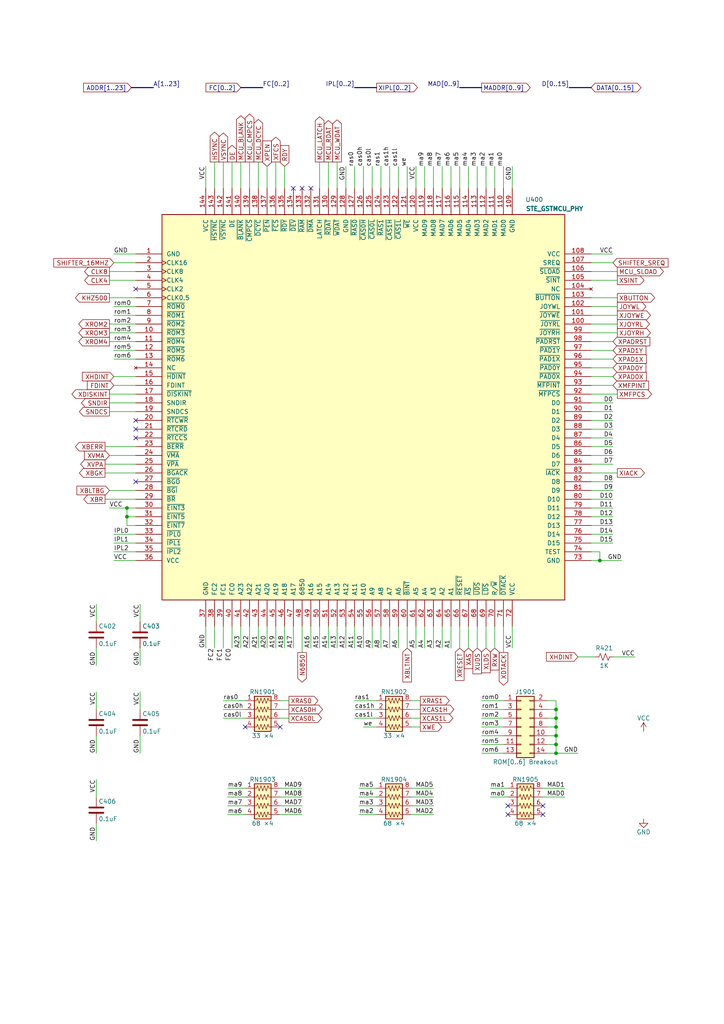
<source format=kicad_sch>
(kicad_sch (version 20230121) (generator eeschema)
  (paper "A4" portrait)
  (title_block (title "ReSTe mignon") (date "2022-07-13") (rev "mk0-0.1") (company "David SPORN") (comment 2 "original repository : https://github.com/sporniket/reste-mignon") (comment 4 "A remake of the Atari STe with some fixes applied and a target size of 25×18cm (B5)"))
  (lib_symbols
    (symbol "Connector_Generic:Conn_02x07_Odd_Even" (pin_names (offset 1.016) hide)
      (property "Reference" "J" (at 1.27 10.16 0))
      (property "Value" "Conn_02x07_Odd_Even" (at 1.27 -10.16 0))
      (symbol "Conn_02x07_Odd_Even_1_1"
        (rectangle (start -1.27 -7.493) (end 0 -7.747) (stroke (width 0.1524)))
        (rectangle (start -1.27 -4.953) (end 0 -5.207) (stroke (width 0.1524)))
        (rectangle (start -1.27 -2.413) (end 0 -2.667) (stroke (width 0.1524)))
        (rectangle (start -1.27 0.127) (end 0 -0.127) (stroke (width 0.1524)))
        (rectangle (start -1.27 2.667) (end 0 2.413) (stroke (width 0.1524)))
        (rectangle (start -1.27 5.207) (end 0 4.953) (stroke (width 0.1524)))
        (rectangle (start -1.27 7.747) (end 0 7.493) (stroke (width 0.1524)))
        (rectangle (start -1.27 8.89) (end 3.81 -8.89) (stroke (width 0.254)) (fill (type background)))
        (rectangle (start 3.81 -7.493) (end 2.54 -7.747) (stroke (width 0.1524)))
        (rectangle (start 3.81 -4.953) (end 2.54 -5.207) (stroke (width 0.1524)))
        (rectangle (start 3.81 -2.413) (end 2.54 -2.667) (stroke (width 0.1524)))
        (rectangle (start 3.81 0.127) (end 2.54 -0.127) (stroke (width 0.1524)))
        (rectangle (start 3.81 2.667) (end 2.54 2.413) (stroke (width 0.1524)))
        (rectangle (start 3.81 5.207) (end 2.54 4.953) (stroke (width 0.1524)))
        (rectangle (start 3.81 7.747) (end 2.54 7.493) (stroke (width 0.1524)))
        (pin passive line (at -5.08 7.62 0) (length 3.81) (name "Pin_1") (number "1"))
        (pin passive line (at 7.62 -2.54 180) (length 3.81) (name "Pin_10") (number "10"))
        (pin passive line (at -5.08 -5.08 0) (length 3.81) (name "Pin_11") (number "11"))
        (pin passive line (at 7.62 -5.08 180) (length 3.81) (name "Pin_12") (number "12"))
        (pin passive line (at -5.08 -7.62 0) (length 3.81) (name "Pin_13") (number "13"))
        (pin passive line (at 7.62 -7.62 180) (length 3.81) (name "Pin_14") (number "14"))
        (pin passive line (at 7.62 7.62 180) (length 3.81) (name "Pin_2") (number "2"))
        (pin passive line (at -5.08 5.08 0) (length 3.81) (name "Pin_3") (number "3"))
        (pin passive line (at 7.62 5.08 180) (length 3.81) (name "Pin_4") (number "4"))
        (pin passive line (at -5.08 2.54 0) (length 3.81) (name "Pin_5") (number "5"))
        (pin passive line (at 7.62 2.54 180) (length 3.81) (name "Pin_6") (number "6"))
        (pin passive line (at -5.08 0 0) (length 3.81) (name "Pin_7") (number "7"))
        (pin passive line (at 7.62 0 180) (length 3.81) (name "Pin_8") (number "8"))
        (pin passive line (at -5.08 -2.54 0) (length 3.81) (name "Pin_9") (number "9"))
      )
    )
    (symbol "Device:C" (pin_numbers hide) (pin_names (offset 0.254))
      (property "Reference" "C" (at 0.635 2.54 0))
      (property "Value" "C" (at 0.635 -2.54 0))
      (symbol "C_0_1"
        (polyline (pts (xy -2.032 -0.762) (xy 2.032 -0.762)) (stroke (width 0.508)))
        (polyline (pts (xy -2.032 0.762) (xy 2.032 0.762)) (stroke (width 0.508)))
      )
      (symbol "C_1_1"
        (pin passive line (at 0 3.81 270) (length 2.794) (name "~") (number "1"))
        (pin passive line (at 0 -3.81 90) (length 2.794) (name "~") (number "2"))
      )
    )
    (symbol "Device:R_Small_US" (pin_numbers hide) (pin_names (offset 0.254) hide)
      (property "Reference" "R" (at 0.762 0.508 0))
      (property "Value" "R_Small_US" (at 0.762 -1.016 0))
      (symbol "R_Small_US_1_1"
        (polyline (pts (xy 0 0) (xy 1.016 -0.381) (xy 0 -0.762) (xy -1.016 -1.143) (xy 0 -1.524)))
        (polyline (pts (xy 0 1.524) (xy 1.016 1.143) (xy 0 0.762) (xy -1.016 0.381) (xy 0 0)))
        (pin passive line (at 0 2.54 270) (length 1.016) (name "~") (number "1"))
        (pin passive line (at 0 -2.54 90) (length 1.016) (name "~") (number "2"))
      )
    )
    (symbol "custom_passives:R_Pack04_US" (pin_names (offset 0) hide)
      (property "Reference" "RN" (at -7.62 0 90))
      (property "Value" "R_Pack04_US" (at 5.08 0 90))
      (symbol "R_Pack04_US_0_1"
        (rectangle (start -6.35 -2.413) (end 3.81 2.413) (stroke (width 0.254)) (fill (type background)))
        (polyline (pts (xy -5.08 -2.54) (xy -5.08 -1.905)))
        (polyline (pts (xy -5.08 1.905) (xy -5.08 2.54)))
        (polyline (pts (xy -2.54 -2.54) (xy -2.54 -1.905)))
        (polyline (pts (xy -2.54 1.905) (xy -2.54 2.54)))
        (polyline (pts (xy 0 -2.54) (xy 0 -1.905)))
        (polyline (pts (xy 0 1.905) (xy 0 2.54)))
        (polyline (pts (xy 2.54 -2.54) (xy 2.54 -1.905)))
        (polyline (pts (xy 2.54 1.905) (xy 2.54 2.54)))
        (polyline (pts (xy -5.08 -1.778) (xy -5.842 -1.524) (xy -4.318 -1.016) (xy -5.842 -0.508) (xy -4.318 0) (xy -5.842 0.508) (xy -4.318 1.016) (xy -5.842 1.524) (xy -5.08 1.778)))
        (polyline (pts (xy -2.54 -1.778) (xy -3.302 -1.524) (xy -1.778 -1.016) (xy -3.302 -0.508) (xy -1.778 0) (xy -3.302 0.508) (xy -1.778 1.016) (xy -3.302 1.524) (xy -2.54 1.778)))
      )
      (symbol "R_Pack04_US_1_1"
        (polyline (pts (xy 0 -1.778) (xy -0.762 -1.524) (xy 0.762 -1.016) (xy -0.762 -0.508) (xy 0.762 0) (xy -0.762 0.508) (xy 0.762 1.016) (xy -0.762 1.524) (xy 0 1.778)))
        (polyline (pts (xy 2.54 -1.778) (xy 1.778 -1.524) (xy 3.302 -1.016) (xy 1.778 -0.508) (xy 3.302 0) (xy 1.778 0.508) (xy 3.302 1.016) (xy 1.778 1.524) (xy 2.54 1.778)))
        (pin passive line (at -5.08 -5.08 90) (length 2.54) (name "R1.1") (number "1"))
        (pin passive line (at -2.54 -5.08 90) (length 2.54) (name "R2.1") (number "2"))
        (pin passive line (at 0 -5.08 90) (length 2.54) (name "R3.1") (number "3"))
        (pin passive line (at 2.54 -5.08 90) (length 2.54) (name "R4.1") (number "4"))
        (pin passive line (at 2.54 5.08 270) (length 2.54) (name "R4.2") (number "5"))
        (pin passive line (at 0 5.08 270) (length 2.54) (name "R3.2") (number "6"))
        (pin passive line (at -2.54 5.08 270) (length 2.54) (name "R2.2") (number "7"))
        (pin passive line (at -5.08 5.08 270) (length 2.54) (name "R1.2") (number "8"))
      )
    )
    (symbol "power:GND" (power) (pin_names (offset 0))
      (property "Value" "GND" (at 0 -3.81 0))
      (symbol "GND_0_1"
        (polyline (pts (xy 0 0) (xy 0 -1.27) (xy 1.27 -1.27) (xy 0 -2.54) (xy -1.27 -1.27) (xy 0 -1.27)))
      )
      (symbol "GND_1_1"
        (pin power_in line (at 0 0 270) (length 0) hide (name "GND") (number "1"))
      )
    )
    (symbol "power:VCC" (power) (pin_names (offset 0))
      (property "Value" "VCC" (at 0 3.81 0))
      (symbol "VCC_0_1"
        (polyline (pts (xy -0.762 1.27) (xy 0 2.54)))
        (polyline (pts (xy 0 0) (xy 0 2.54)))
        (polyline (pts (xy 0 2.54) (xy 0.762 1.27)))
      )
      (symbol "VCC_1_1"
        (pin power_in line (at 0 0 90) (length 0) hide (name "VCC") (number "1"))
      )
    )
    (symbol "ste_gstmcu:STE_GSTMCU_PHY" (pin_names (offset 1.27))
      (property "Reference" "U" (at 46.99 60.96 0))
      (property "Value" "STE_GSTMCU_PHY" (at 46.99 58.42 0))
      (symbol "STE_GSTMCU_PHY_0_0"
        (rectangle (start -58.42 55.88) (end 58.42 -55.88) (stroke (width 0.254)) (fill (type background)))
        (pin power_in line (at -66.04 44.45 0) (length 7.62) (name "GND") (number "1"))
        (pin output line (at -66.04 21.59 0) (length 7.62) (name "~{ROM3}") (number "10"))
        (pin output line (at 66.04 24.13 180) (length 7.62) (name "~{JOYRL}") (number "100"))
        (pin output line (at 66.04 26.67 180) (length 7.62) (name "~{JOYWE}") (number "101"))
        (pin output line (at 66.04 29.21 180) (length 7.62) (name "JOYWL") (number "102"))
        (pin output line (at 66.04 31.75 180) (length 7.62) (name "~{BUTTON}") (number "103"))
        (pin no_connect line (at 66.04 34.29 180) (length 7.62) (name "NC") (number "104"))
        (pin output line (at 66.04 36.83 180) (length 7.62) (name "~{SINT}") (number "105"))
        (pin output line (at 66.04 39.37 180) (length 7.62) (name "~{SLOAD}") (number "106"))
        (pin input line (at 66.04 41.91 180) (length 7.62) (name "SREQ") (number "107"))
        (pin power_in line (at 66.04 44.45 180) (length 7.62) (name "VCC") (number "108"))
        (pin power_in line (at 43.18 63.5 270) (length 7.62) (name "GND") (number "109"))
        (pin output line (at -66.04 19.05 0) (length 7.62) (name "~{ROM4}") (number "11"))
        (pin output line (at 40.64 63.5 270) (length 7.62) (name "MAD0") (number "110"))
        (pin output line (at 38.1 63.5 270) (length 7.62) (name "MAD1") (number "111"))
        (pin output line (at 35.56 63.5 270) (length 7.62) (name "MAD2") (number "112"))
        (pin output line (at 33.02 63.5 270) (length 7.62) (name "MAD3") (number "113"))
        (pin output line (at 30.48 63.5 270) (length 7.62) (name "MAD4") (number "114"))
        (pin output line (at 27.94 63.5 270) (length 7.62) (name "MAD5") (number "115"))
        (pin output line (at 25.4 63.5 270) (length 7.62) (name "MAD6") (number "116"))
        (pin output line (at 22.86 63.5 270) (length 7.62) (name "MAD7") (number "117"))
        (pin output line (at 20.32 63.5 270) (length 7.62) (name "MAD8") (number "118"))
        (pin output line (at 17.78 63.5 270) (length 7.62) (name "MAD9") (number "119"))
        (pin output line (at -66.04 16.51 0) (length 7.62) (name "~{ROM5}") (number "12"))
        (pin power_in line (at 15.24 63.5 270) (length 7.62) (name "VCC") (number "120"))
        (pin output line (at 12.7 63.5 270) (length 7.62) (name "~{WE}") (number "121"))
        (pin output line (at 10.16 63.5 270) (length 7.62) (name "~{CAS1L}") (number "122"))
        (pin output line (at 7.62 63.5 270) (length 7.62) (name "~{CAS1H}") (number "123"))
        (pin output line (at 5.08 63.5 270) (length 7.62) (name "~{RAS1}") (number "124"))
        (pin output line (at 2.54 63.5 270) (length 7.62) (name "~{CAS0L}") (number "125"))
        (pin output line (at 0 63.5 270) (length 7.62) (name "~{CAS0H}") (number "126"))
        (pin output line (at -2.54 63.5 270) (length 7.62) (name "~{RAS0}") (number "127"))
        (pin power_in line (at -5.08 63.5 270) (length 7.62) (name "GND") (number "128"))
        (pin output line (at -7.62 63.5 270) (length 7.62) (name "~{WDAT}") (number "129"))
        (pin output line (at -66.04 13.97 0) (length 7.62) (name "~{ROM6}") (number "13"))
        (pin output line (at -10.16 63.5 270) (length 7.62) (name "~{RDAT}") (number "130"))
        (pin output line (at -12.7 63.5 270) (length 7.62) (name "LATCH") (number "131"))
        (pin output line (at -15.24 63.5 270) (length 7.62) (name "~{DMA}") (number "132"))
        (pin output line (at -17.78 63.5 270) (length 7.62) (name "~{RAM}") (number "133"))
        (pin output line (at -20.32 63.5 270) (length 7.62) (name "~{DEV}") (number "134"))
        (pin input line (at -22.86 63.5 270) (length 7.62) (name "~{RDY}") (number "135"))
        (pin output line (at -25.4 63.5 270) (length 7.62) (name "~{FCS}") (number "136"))
        (pin input line (at -27.94 63.5 270) (length 7.62) (name "~{PEN}") (number "137"))
        (pin output line (at -30.48 63.5 270) (length 7.62) (name "~{DCYC}") (number "138"))
        (pin output line (at -33.02 63.5 270) (length 7.62) (name "~{CMPCS}") (number "139"))
        (pin no_connect line (at -66.04 11.43 0) (length 7.62) (name "NC") (number "14"))
        (pin output line (at -35.56 63.5 270) (length 7.62) (name "~{BLANK}") (number "140"))
        (pin output line (at -38.1 63.5 270) (length 7.62) (name "DE") (number "141"))
        (pin output line (at -40.64 63.5 270) (length 7.62) (name "~{VSYNC}") (number "142"))
        (pin output line (at -43.18 63.5 270) (length 7.62) (name "~{HSYNC}") (number "143"))
        (pin power_in line (at -45.72 63.5 270) (length 7.62) (name "VCC") (number "144"))
        (pin input line (at -66.04 8.89 0) (length 7.62) (name "~{HDINT}") (number "15"))
        (pin input line (at -66.04 6.35 0) (length 7.62) (name "FDINT") (number "16"))
        (pin output line (at -66.04 3.81 0) (length 7.62) (name "~{DISKINT}") (number "17"))
        (pin output line (at -66.04 1.27 0) (length 7.62) (name "SNDIR") (number "18"))
        (pin output line (at -66.04 -1.27 0) (length 7.62) (name "SNDCS") (number "19"))
        (pin input clock (at -66.04 41.91 0) (length 7.62) (name "CLK16") (number "2"))
        (pin output line (at -66.04 -3.81 0) (length 7.62) (name "~{RTCWR}") (number "20"))
        (pin output line (at -66.04 -6.35 0) (length 7.62) (name "~{RTCRD}") (number "21"))
        (pin output line (at -66.04 -8.89 0) (length 7.62) (name "~{RTCCS}") (number "22"))
        (pin output line (at -66.04 -11.43 0) (length 7.62) (name "~{BERR}") (number "23"))
        (pin input line (at -66.04 -13.97 0) (length 7.62) (name "~{VMA}") (number "24"))
        (pin output line (at -66.04 -16.51 0) (length 7.62) (name "~{VPA}") (number "25"))
        (pin output line (at -66.04 -19.05 0) (length 7.62) (name "~{BGACK}") (number "26"))
        (pin output line (at -66.04 -21.59 0) (length 7.62) (name "~{BGO}") (number "27"))
        (pin input line (at -66.04 -24.13 0) (length 7.62) (name "~{BGI}") (number "28"))
        (pin tri_state line (at -66.04 -26.67 0) (length 7.62) (name "~{BR}") (number "29"))
        (pin output clock (at -66.04 39.37 0) (length 7.62) (name "CLK8") (number "3"))
        (pin input line (at -66.04 -29.21 0) (length 7.62) (name "~{EINT3}") (number "30"))
        (pin input line (at -66.04 -31.75 0) (length 7.62) (name "~{EINT5}") (number "31"))
        (pin input line (at -66.04 -34.29 0) (length 7.62) (name "~{EINT7}") (number "32"))
        (pin output line (at -66.04 -36.83 0) (length 7.62) (name "~{IPL0}") (number "33"))
        (pin output line (at -66.04 -39.37 0) (length 7.62) (name "~{IPL1}") (number "34"))
        (pin output line (at -66.04 -41.91 0) (length 7.62) (name "~{IPL2}") (number "35"))
        (pin power_in line (at -66.04 -44.45 0) (length 7.62) (name "VCC") (number "36"))
        (pin power_in line (at -45.72 -63.5 90) (length 7.62) (name "GND") (number "37"))
        (pin input line (at -43.18 -63.5 90) (length 7.62) (name "FC2") (number "38"))
        (pin input line (at -40.64 -63.5 90) (length 7.62) (name "FC1") (number "39"))
        (pin output clock (at -66.04 36.83 0) (length 7.62) (name "CLK4") (number "4"))
        (pin input line (at -38.1 -63.5 90) (length 7.62) (name "FC0") (number "40"))
        (pin bidirectional line (at -35.56 -63.5 90) (length 7.62) (name "A23") (number "41"))
        (pin bidirectional line (at -33.02 -63.5 90) (length 7.62) (name "A22") (number "42"))
        (pin bidirectional line (at -30.48 -63.5 90) (length 7.62) (name "A21") (number "43"))
        (pin bidirectional line (at -27.94 -63.5 90) (length 7.62) (name "A20") (number "44"))
        (pin bidirectional line (at -25.4 -63.5 90) (length 7.62) (name "A19") (number "45"))
        (pin bidirectional line (at -22.86 -63.5 90) (length 7.62) (name "A18") (number "46"))
        (pin bidirectional line (at -20.32 -63.5 90) (length 7.62) (name "A17") (number "47"))
        (pin output line (at -17.78 -63.5 90) (length 7.62) (name "6850") (number "48"))
        (pin bidirectional line (at -15.24 -63.5 90) (length 7.62) (name "A16") (number "49"))
        (pin output clock (at -66.04 34.29 0) (length 7.62) (name "CLK2") (number "5"))
        (pin bidirectional line (at -12.7 -63.5 90) (length 7.62) (name "A15") (number "50"))
        (pin bidirectional line (at -10.16 -63.5 90) (length 7.62) (name "A14") (number "51"))
        (pin bidirectional line (at -7.62 -63.5 90) (length 7.62) (name "A13") (number "52"))
        (pin bidirectional line (at -5.08 -63.5 90) (length 7.62) (name "A12") (number "53"))
        (pin bidirectional line (at -2.54 -63.5 90) (length 7.62) (name "A11") (number "54"))
        (pin bidirectional line (at 0 -63.5 90) (length 7.62) (name "A10") (number "55"))
        (pin bidirectional line (at 2.54 -63.5 90) (length 7.62) (name "A9") (number "56"))
        (pin bidirectional line (at 5.08 -63.5 90) (length 7.62) (name "A8") (number "57"))
        (pin bidirectional line (at 7.62 -63.5 90) (length 7.62) (name "A7") (number "58"))
        (pin bidirectional line (at 10.16 -63.5 90) (length 7.62) (name "A6") (number "59"))
        (pin output clock (at -66.04 31.75 0) (length 7.62) (name "CLK0.5") (number "6"))
        (pin input line (at 12.7 -63.5 90) (length 7.62) (name "~{BINT}") (number "60"))
        (pin bidirectional line (at 15.24 -63.5 90) (length 7.62) (name "A5") (number "61"))
        (pin bidirectional line (at 17.78 -63.5 90) (length 7.62) (name "A4") (number "62"))
        (pin bidirectional line (at 20.32 -63.5 90) (length 7.62) (name "A3") (number "63"))
        (pin bidirectional line (at 22.86 -63.5 90) (length 7.62) (name "A2") (number "64"))
        (pin bidirectional line (at 25.4 -63.5 90) (length 7.62) (name "A1") (number "65"))
        (pin input line (at 27.94 -63.5 90) (length 7.62) (name "~{RESET}") (number "66"))
        (pin input line (at 30.48 -63.5 90) (length 7.62) (name "~{AS}") (number "67"))
        (pin input line (at 33.02 -63.5 90) (length 7.62) (name "~{UDS}") (number "68"))
        (pin input line (at 35.56 -63.5 90) (length 7.62) (name "~{LDS}") (number "69"))
        (pin output line (at -66.04 29.21 0) (length 7.62) (name "~{ROM0}") (number "7"))
        (pin input line (at 38.1 -63.5 90) (length 7.62) (name "R/~{W}") (number "70"))
        (pin tri_state line (at 40.64 -63.5 90) (length 7.62) (name "~{DTACK}") (number "71"))
        (pin power_in line (at 43.18 -63.5 90) (length 7.62) (name "VCC") (number "72"))
        (pin power_in line (at 66.04 -44.45 180) (length 7.62) (name "GND") (number "73"))
        (pin input line (at 66.04 -41.91 180) (length 7.62) (name "TEST") (number "74"))
        (pin bidirectional line (at 66.04 -39.37 180) (length 7.62) (name "D15") (number "75"))
        (pin bidirectional line (at 66.04 -36.83 180) (length 7.62) (name "D14") (number "76"))
        (pin bidirectional line (at 66.04 -34.29 180) (length 7.62) (name "D13") (number "77"))
        (pin bidirectional line (at 66.04 -31.75 180) (length 7.62) (name "D12") (number "78"))
        (pin bidirectional line (at 66.04 -29.21 180) (length 7.62) (name "D11") (number "79"))
        (pin output line (at -66.04 26.67 0) (length 7.62) (name "~{ROM1}") (number "8"))
        (pin bidirectional line (at 66.04 -26.67 180) (length 7.62) (name "D10") (number "80"))
        (pin bidirectional line (at 66.04 -24.13 180) (length 7.62) (name "D9") (number "81"))
        (pin bidirectional line (at 66.04 -21.59 180) (length 7.62) (name "D8") (number "82"))
        (pin output line (at 66.04 -19.05 180) (length 7.62) (name "~{IACK}") (number "83"))
        (pin bidirectional line (at 66.04 -16.51 180) (length 7.62) (name "D7") (number "84"))
        (pin bidirectional line (at 66.04 -13.97 180) (length 7.62) (name "D6") (number "85"))
        (pin bidirectional line (at 66.04 -11.43 180) (length 7.62) (name "D5") (number "86"))
        (pin bidirectional line (at 66.04 -8.89 180) (length 7.62) (name "D4") (number "87"))
        (pin bidirectional line (at 66.04 -6.35 180) (length 7.62) (name "D3") (number "88"))
        (pin bidirectional line (at 66.04 -3.81 180) (length 7.62) (name "D2") (number "89"))
        (pin output line (at -66.04 24.13 0) (length 7.62) (name "~{ROM2}") (number "9"))
        (pin bidirectional line (at 66.04 -1.27 180) (length 7.62) (name "D1") (number "90"))
        (pin bidirectional line (at 66.04 1.27 180) (length 7.62) (name "D0") (number "91"))
        (pin output line (at 66.04 3.81 180) (length 7.62) (name "~{MFPCS}") (number "92"))
        (pin input line (at 66.04 6.35 180) (length 7.62) (name "~{MFPINT}") (number "93"))
        (pin input line (at 66.04 8.89 180) (length 7.62) (name "~{PAD0X}") (number "94"))
        (pin input line (at 66.04 11.43 180) (length 7.62) (name "~{PAD0Y}") (number "95"))
        (pin input line (at 66.04 13.97 180) (length 7.62) (name "~{PAD1X}") (number "96"))
        (pin input line (at 66.04 16.51 180) (length 7.62) (name "~{PAD1Y}") (number "97"))
        (pin output line (at 66.04 19.05 180) (length 7.62) (name "~{PADRST}") (number "98"))
        (pin output line (at 66.04 21.59 180) (length 7.62) (name "~{JOYRH}") (number "99"))
      )
    )
  )
  (junction (at 161.29 218.44))
  (junction (at 36.83 147.32))
  (junction (at 36.83 149.86))
  (junction (at 173.99 162.56))
  (junction (at 161.29 208.28))
  (junction (at 161.29 205.74))
  (junction (at 161.29 213.36))
  (junction (at 161.29 210.82))
  (junction (at 161.29 215.9))
  (no_connect (at 39.37 139.7))
  (no_connect (at 39.37 124.46))
  (no_connect (at 87.63 54.61))
  (no_connect (at 39.37 83.82))
  (no_connect (at 71.12 210.82))
  (no_connect (at 39.37 127))
  (no_connect (at 85.09 54.61))
  (no_connect (at 147.32 233.68))
  (no_connect (at 157.48 236.22))
  (no_connect (at 157.48 233.68))
  (no_connect (at 81.28 210.82))
  (no_connect (at 90.17 54.61))
  (no_connect (at 39.37 121.92))
  (no_connect (at 147.32 236.22))
  (wire (pts (xy 59.69 48.26) (xy 59.69 54.61)))
  (wire (pts (xy 158.75 215.9) (xy 161.29 215.9)))
  (wire (pts (xy 115.57 54.61) (xy 115.57 48.26)))
  (wire (pts (xy 36.83 152.4) (xy 39.37 152.4)))
  (wire (pts (xy 33.02 88.9) (xy 39.37 88.9)))
  (wire (pts (xy 142.24 231.14) (xy 147.32 231.14)))
  (wire (pts (xy 119.38 228.6) (xy 125.73 228.6)))
  (wire (pts (xy 36.83 149.86) (xy 36.83 147.32)))
  (wire (pts (xy 33.02 104.14) (xy 39.37 104.14)))
  (wire (pts (xy 66.04 228.6) (xy 71.12 228.6)))
  (wire (pts (xy 33.02 91.44) (xy 39.37 91.44)))
  (wire (pts (xy 123.19 48.26) (xy 123.19 54.61)))
  (wire (pts (xy 171.45 132.08) (xy 177.8 132.08)))
  (wire (pts (xy 171.45 127) (xy 177.8 127)))
  (wire (pts (xy 171.45 114.3) (xy 179.07 114.3)))
  (wire (pts (xy 115.57 187.96) (xy 115.57 181.61)))
  (wire (pts (xy 81.28 236.22) (xy 87.63 236.22)))
  (wire (pts (xy 171.45 152.4) (xy 177.8 152.4)))
  (wire (pts (xy 171.45 157.48) (xy 177.8 157.48)))
  (wire (pts (xy 158.75 205.74) (xy 161.29 205.74)))
  (wire (pts (xy 171.45 160.02) (xy 173.99 160.02)))
  (wire (pts (xy 125.73 48.26) (xy 125.73 54.61)))
  (wire (pts (xy 135.89 48.26) (xy 135.89 54.61)))
  (wire (pts (xy 119.38 233.68) (xy 125.73 233.68)))
  (wire (pts (xy 118.11 187.96) (xy 118.11 181.61)))
  (wire (pts (xy 171.45 104.14) (xy 177.8 104.14)))
  (wire (pts (xy 119.38 205.74) (xy 121.92 205.74)))
  (wire (pts (xy 128.27 187.96) (xy 128.27 181.61)))
  (wire (pts (xy 66.04 236.22) (xy 71.12 236.22)))
  (wire (pts (xy 171.45 111.76) (xy 177.8 111.76)))
  (wire (pts (xy 139.7 208.28) (xy 146.05 208.28)))
  (wire (pts (xy 125.73 187.96) (xy 125.73 181.61)))
  (wire (pts (xy 138.43 48.26) (xy 138.43 54.61)))
  (wire (pts (xy 69.85 46.99) (xy 69.85 54.61)))
  (wire (pts (xy 92.71 187.96) (xy 92.71 181.61)))
  (wire (pts (xy 113.03 48.26) (xy 113.03 54.61)))
  (wire (pts (xy 171.45 144.78) (xy 177.8 144.78)))
  (wire (pts (xy 64.77 205.74) (xy 71.12 205.74)))
  (wire (pts (xy 87.63 181.61) (xy 87.63 189.23)))
  (wire (pts (xy 30.48 129.54) (xy 39.37 129.54)))
  (wire (pts (xy 107.95 48.26) (xy 107.95 54.61)))
  (wire (pts (xy 31.75 99.06) (xy 39.37 99.06)))
  (wire (pts (xy 140.97 187.96) (xy 140.97 181.61)))
  (wire (pts (xy 40.64 187.96) (xy 40.64 193.04)))
  (wire (pts (xy 40.64 175.26) (xy 40.64 180.34)))
  (wire (pts (xy 128.27 48.26) (xy 128.27 54.61)))
  (wire (pts (xy 95.25 187.96) (xy 95.25 181.61)))
  (wire (pts (xy 64.77 187.96) (xy 64.77 181.61)))
  (wire (pts (xy 167.64 190.5) (xy 172.72 190.5)))
  (wire (pts (xy 110.49 54.61) (xy 110.49 48.26)))
  (wire (pts (xy 171.45 162.56) (xy 173.99 162.56)))
  (wire (pts (xy 30.48 134.62) (xy 39.37 134.62)))
  (wire (pts (xy 139.7 210.82) (xy 146.05 210.82)))
  (wire (pts (xy 171.45 81.28) (xy 179.07 81.28)))
  (wire (pts (xy 102.87 187.96) (xy 102.87 181.61)))
  (wire (pts (xy 130.81 187.96) (xy 130.81 181.61)))
  (wire (pts (xy 171.45 129.54) (xy 177.8 129.54)))
  (wire (pts (xy 67.31 46.99) (xy 67.31 54.61)))
  (wire (pts (xy 161.29 215.9) (xy 161.29 213.36)))
  (wire (pts (xy 80.01 54.61) (xy 80.01 46.99)))
  (wire (pts (xy 100.33 187.96) (xy 100.33 181.61)))
  (wire (pts (xy 105.41 210.82) (xy 109.22 210.82)))
  (wire (pts (xy 157.48 231.14) (xy 163.83 231.14)))
  (wire (pts (xy 105.41 54.61) (xy 105.41 48.26)))
  (wire (pts (xy 139.7 205.74) (xy 146.05 205.74)))
  (wire (pts (xy 33.02 157.48) (xy 39.37 157.48)))
  (wire (pts (xy 139.7 213.36) (xy 146.05 213.36)))
  (wire (pts (xy 146.05 48.26) (xy 146.05 54.61)))
  (wire (pts (xy 80.01 187.96) (xy 80.01 181.61)))
  (wire (pts (xy 104.14 231.14) (xy 109.22 231.14)))
  (wire (pts (xy 36.83 152.4) (xy 36.83 149.86)))
  (wire (pts (xy 97.79 187.96) (xy 97.79 181.61)))
  (wire (pts (xy 31.75 132.08) (xy 39.37 132.08)))
  (wire (pts (xy 119.38 236.22) (xy 125.73 236.22)))
  (wire (pts (xy 69.85 187.96) (xy 69.85 181.61)))
  (wire (pts (xy 64.77 46.99) (xy 64.77 54.61)))
  (wire (pts (xy 95.25 46.99) (xy 95.25 54.61)))
  (wire (pts (xy 171.45 139.7) (xy 177.8 139.7)))
  (wire (pts (xy 171.45 76.2) (xy 177.8 76.2)))
  (wire (pts (xy 119.38 231.14) (xy 125.73 231.14)))
  (wire (pts (xy 81.28 228.6) (xy 87.63 228.6)))
  (wire (pts (xy 171.45 99.06) (xy 177.8 99.06)))
  (wire (pts (xy 33.02 154.94) (xy 39.37 154.94)))
  (wire (pts (xy 67.31 187.96) (xy 67.31 181.61)))
  (bus (pts (xy 69.85 25.4) (xy 76.2 25.4)))
  (wire (pts (xy 31.75 119.38) (xy 39.37 119.38)))
  (wire (pts (xy 139.7 215.9) (xy 146.05 215.9)))
  (wire (pts (xy 74.93 46.99) (xy 74.93 54.61)))
  (bus (pts (xy 102.87 25.4) (xy 109.22 25.4)))
  (wire (pts (xy 148.59 48.26) (xy 148.59 54.61)))
  (wire (pts (xy 171.45 101.6) (xy 177.8 101.6)))
  (wire (pts (xy 31.75 116.84) (xy 39.37 116.84)))
  (wire (pts (xy 140.97 48.26) (xy 140.97 54.61)))
  (wire (pts (xy 31.75 93.98) (xy 39.37 93.98)))
  (wire (pts (xy 62.23 187.96) (xy 62.23 181.61)))
  (wire (pts (xy 142.24 228.6) (xy 147.32 228.6)))
  (wire (pts (xy 171.45 119.38) (xy 177.8 119.38)))
  (wire (pts (xy 33.02 109.22) (xy 39.37 109.22)))
  (wire (pts (xy 161.29 203.2) (xy 158.75 203.2)))
  (wire (pts (xy 161.29 218.44) (xy 161.29 215.9)))
  (wire (pts (xy 107.95 187.96) (xy 107.95 181.61)))
  (wire (pts (xy 27.94 175.26) (xy 27.94 180.34)))
  (wire (pts (xy 102.87 48.26) (xy 102.87 54.61)))
  (wire (pts (xy 100.33 48.26) (xy 100.33 54.61)))
  (wire (pts (xy 90.17 187.96) (xy 90.17 181.61)))
  (wire (pts (xy 119.38 208.28) (xy 121.92 208.28)))
  (wire (pts (xy 171.45 116.84) (xy 177.8 116.84)))
  (wire (pts (xy 97.79 54.61) (xy 97.79 46.99)))
  (wire (pts (xy 143.51 48.26) (xy 143.51 54.61)))
  (wire (pts (xy 120.65 187.96) (xy 120.65 181.61)))
  (wire (pts (xy 171.45 106.68) (xy 177.8 106.68)))
  (wire (pts (xy 33.02 73.66) (xy 39.37 73.66)))
  (wire (pts (xy 148.59 181.61) (xy 148.59 187.96)))
  (wire (pts (xy 171.45 134.62) (xy 177.8 134.62)))
  (wire (pts (xy 161.29 210.82) (xy 161.29 208.28)))
  (wire (pts (xy 139.7 203.2) (xy 146.05 203.2)))
  (wire (pts (xy 171.45 137.16) (xy 179.07 137.16)))
  (wire (pts (xy 64.77 203.2) (xy 71.12 203.2)))
  (wire (pts (xy 158.75 213.36) (xy 161.29 213.36)))
  (wire (pts (xy 105.41 187.96) (xy 105.41 181.61)))
  (wire (pts (xy 123.19 187.96) (xy 123.19 181.61)))
  (wire (pts (xy 171.45 88.9) (xy 179.07 88.9)))
  (wire (pts (xy 81.28 203.2) (xy 83.82 203.2)))
  (wire (pts (xy 74.93 187.96) (xy 74.93 181.61)))
  (wire (pts (xy 40.64 200.66) (xy 40.64 205.74)))
  (wire (pts (xy 82.55 48.26) (xy 82.55 54.61)))
  (wire (pts (xy 133.35 48.26) (xy 133.35 54.61)))
  (wire (pts (xy 171.45 78.74) (xy 179.07 78.74)))
  (bus (pts (xy 133.35 25.4) (xy 139.7 25.4)))
  (wire (pts (xy 31.75 86.36) (xy 39.37 86.36)))
  (bus (pts (xy 38.1 25.4) (xy 44.45 25.4)))
  (wire (pts (xy 157.48 228.6) (xy 163.83 228.6)))
  (wire (pts (xy 31.75 78.74) (xy 39.37 78.74)))
  (wire (pts (xy 33.02 101.6) (xy 39.37 101.6)))
  (wire (pts (xy 77.47 48.26) (xy 77.47 54.61)))
  (wire (pts (xy 36.83 149.86) (xy 39.37 149.86)))
  (wire (pts (xy 119.38 203.2) (xy 121.92 203.2)))
  (wire (pts (xy 158.75 218.44) (xy 161.29 218.44)))
  (wire (pts (xy 30.48 144.78) (xy 39.37 144.78)))
  (wire (pts (xy 31.75 114.3) (xy 39.37 114.3)))
  (wire (pts (xy 64.77 208.28) (xy 71.12 208.28)))
  (wire (pts (xy 27.94 187.96) (xy 27.94 193.04)))
  (wire (pts (xy 33.02 111.76) (xy 39.37 111.76)))
  (wire (pts (xy 171.45 86.36) (xy 179.07 86.36)))
  (wire (pts (xy 33.02 162.56) (xy 39.37 162.56)))
  (wire (pts (xy 173.99 160.02) (xy 173.99 162.56)))
  (bus (pts (xy 165.1 25.4) (xy 171.45 25.4)))
  (wire (pts (xy 171.45 154.94) (xy 177.8 154.94)))
  (wire (pts (xy 102.87 208.28) (xy 109.22 208.28)))
  (wire (pts (xy 39.37 142.24) (xy 31.75 142.24)))
  (wire (pts (xy 104.14 236.22) (xy 109.22 236.22)))
  (wire (pts (xy 62.23 46.99) (xy 62.23 54.61)))
  (wire (pts (xy 31.75 147.32) (xy 36.83 147.32)))
  (wire (pts (xy 171.45 121.92) (xy 177.8 121.92)))
  (wire (pts (xy 171.45 93.98) (xy 179.07 93.98)))
  (wire (pts (xy 130.81 48.26) (xy 130.81 54.61)))
  (wire (pts (xy 133.35 187.96) (xy 133.35 181.61)))
  (wire (pts (xy 120.65 48.26) (xy 120.65 54.61)))
  (wire (pts (xy 171.45 147.32) (xy 177.8 147.32)))
  (wire (pts (xy 102.87 205.74) (xy 109.22 205.74)))
  (wire (pts (xy 27.94 226.06) (xy 27.94 231.14)))
  (wire (pts (xy 177.8 190.5) (xy 184.15 190.5)))
  (wire (pts (xy 81.28 205.74) (xy 83.82 205.74)))
  (wire (pts (xy 146.05 181.61) (xy 146.05 189.23)))
  (wire (pts (xy 138.43 187.96) (xy 138.43 181.61)))
  (wire (pts (xy 31.75 81.28) (xy 39.37 81.28)))
  (wire (pts (xy 92.71 46.99) (xy 92.71 54.61)))
  (wire (pts (xy 161.29 205.74) (xy 161.29 203.2)))
  (wire (pts (xy 171.45 96.52) (xy 179.07 96.52)))
  (wire (pts (xy 143.51 187.96) (xy 143.51 181.61)))
  (wire (pts (xy 118.11 48.26) (xy 118.11 54.61)))
  (wire (pts (xy 66.04 231.14) (xy 71.12 231.14)))
  (wire (pts (xy 82.55 187.96) (xy 82.55 181.61)))
  (wire (pts (xy 59.69 187.96) (xy 59.69 181.61)))
  (wire (pts (xy 167.64 218.44) (xy 161.29 218.44)))
  (wire (pts (xy 161.29 208.28) (xy 161.29 205.74)))
  (wire (pts (xy 104.14 233.68) (xy 109.22 233.68)))
  (wire (pts (xy 113.03 187.96) (xy 113.03 181.61)))
  (wire (pts (xy 171.45 91.44) (xy 179.07 91.44)))
  (wire (pts (xy 36.83 147.32) (xy 39.37 147.32)))
  (wire (pts (xy 171.45 142.24) (xy 177.8 142.24)))
  (wire (pts (xy 110.49 187.96) (xy 110.49 181.61)))
  (wire (pts (xy 72.39 46.99) (xy 72.39 54.61)))
  (wire (pts (xy 40.64 213.36) (xy 40.64 218.44)))
  (wire (pts (xy 158.75 210.82) (xy 161.29 210.82)))
  (wire (pts (xy 171.45 124.46) (xy 177.8 124.46)))
  (wire (pts (xy 81.28 233.68) (xy 87.63 233.68)))
  (wire (pts (xy 171.45 109.22) (xy 177.8 109.22)))
  (wire (pts (xy 30.48 137.16) (xy 39.37 137.16)))
  (wire (pts (xy 31.75 96.52) (xy 39.37 96.52)))
  (wire (pts (xy 27.94 200.66) (xy 27.94 205.74)))
  (wire (pts (xy 171.45 73.66) (xy 177.8 73.66)))
  (wire (pts (xy 81.28 231.14) (xy 87.63 231.14)))
  (wire (pts (xy 119.38 210.82) (xy 121.92 210.82)))
  (wire (pts (xy 27.94 213.36) (xy 27.94 218.44)))
  (wire (pts (xy 161.29 213.36) (xy 161.29 210.82)))
  (wire (pts (xy 33.02 76.2) (xy 39.37 76.2)))
  (wire (pts (xy 72.39 187.96) (xy 72.39 181.61)))
  (wire (pts (xy 102.87 203.2) (xy 109.22 203.2)))
  (wire (pts (xy 171.45 149.86) (xy 177.8 149.86)))
  (wire (pts (xy 135.89 187.96) (xy 135.89 181.61)))
  (wire (pts (xy 33.02 160.02) (xy 39.37 160.02)))
  (wire (pts (xy 85.09 187.96) (xy 85.09 181.61)))
  (wire (pts (xy 158.75 208.28) (xy 161.29 208.28)))
  (wire (pts (xy 139.7 218.44) (xy 146.05 218.44)))
  (wire (pts (xy 81.28 208.28) (xy 83.82 208.28)))
  (wire (pts (xy 104.14 228.6) (xy 109.22 228.6)))
  (wire (pts (xy 77.47 187.96) (xy 77.47 181.61)))
  (wire (pts (xy 173.99 162.56) (xy 180.34 162.56)))
  (wire (pts (xy 66.04 233.68) (xy 71.12 233.68)))
  (wire (pts (xy 27.94 238.76) (xy 27.94 243.84)))
  (label "GND" (at 180.34 162.56 180))
  (label "D11" (at 177.8 147.32 180))
  (label "cas0l" (at 64.77 208.28 0))
  (label "A11" (at 102.87 187.96 90))
  (label "ma3" (at 104.14 233.68 0))
  (label "A20" (at 77.47 187.96 90))
  (label "A3" (at 125.73 187.96 90))
  (label "GND" (at 27.94 193.04 90))
  (label "we" (at 105.41 210.82 0))
  (label "ma9" (at 123.19 48.26 90))
  (label "rom5" (at 139.7 215.9 0))
  (label "cas1l" (at 115.57 48.26 90))
  (label "MAD[0..9]" (at 133.35 25.4 180))
  (label "cas1h" (at 102.87 205.74 0))
  (label "A22" (at 72.39 187.96 90))
  (label "MAD4" (at 125.73 231.14 180))
  (label "GND" (at 100.33 48.26 270))
  (label "A19" (at 80.01 187.96 90))
  (label "D0" (at 177.8 116.84 180))
  (label "cas1h" (at 113.03 48.26 90))
  (label "A10" (at 105.41 187.96 90))
  (label "rom1" (at 139.7 205.74 0))
  (label "D4" (at 177.8 127 180))
  (label "MAD1" (at 163.83 228.6 180))
  (label "D10" (at 177.8 144.78 180))
  (label "GND" (at 148.59 48.26 270))
  (label "IPL0" (at 33.02 154.94 0))
  (label "A13" (at 97.79 187.96 90))
  (label "A1" (at 130.81 187.96 90))
  (label "ma7" (at 128.27 48.26 90))
  (label "ma4" (at 104.14 231.14 0))
  (label "cas0l" (at 107.95 48.26 90))
  (label "VCC" (at 27.94 200.66 270))
  (label "cas0h" (at 64.77 205.74 0))
  (label "A4" (at 123.19 187.96 90))
  (label "VCC" (at 33.02 162.56 0))
  (label "IPL1" (at 33.02 157.48 0))
  (label "ma0" (at 142.24 231.14 0))
  (label "VCC" (at 184.15 190.5 180))
  (label "D13" (at 177.8 152.4 180))
  (label "GND" (at 40.64 193.04 90))
  (label "VCC" (at 40.64 175.26 270))
  (label "ma3" (at 138.43 48.26 90))
  (label "A6" (at 115.57 187.96 90))
  (label "A16" (at 90.17 187.96 90))
  (label "D9" (at 177.8 142.24 180))
  (label "D15" (at 177.8 157.48 180))
  (label "rom5" (at 33.02 101.6 0))
  (label "D7" (at 177.8 134.62 180))
  (label "ma5" (at 133.35 48.26 90))
  (label "FC1" (at 64.77 187.96 270))
  (label "ma6" (at 66.04 236.22 0))
  (label "ma6" (at 130.81 48.26 90))
  (label "MAD7" (at 87.63 233.68 180))
  (label "D2" (at 177.8 121.92 180))
  (label "rom3" (at 33.02 96.52 0))
  (label "GND" (at 40.64 218.44 90))
  (label "D12" (at 177.8 149.86 180))
  (label "GND" (at 33.02 73.66 0))
  (label "MAD3" (at 125.73 233.68 180))
  (label "ma8" (at 125.73 48.26 90))
  (label "D1" (at 177.8 119.38 180))
  (label "VCC" (at 148.59 187.96 90))
  (label "A12" (at 100.33 187.96 90))
  (label "VCC" (at 177.8 73.66 180))
  (label "D5" (at 177.8 129.54 180))
  (label "ma8" (at 66.04 231.14 0))
  (label "ma5" (at 104.14 228.6 0))
  (label "rom2" (at 33.02 93.98 0))
  (label "we" (at 118.11 48.26 90))
  (label "A17" (at 85.09 187.96 90))
  (label "VCC" (at 27.94 226.06 270))
  (label "rom3" (at 139.7 210.82 0))
  (label "ma4" (at 135.89 48.26 90))
  (label "D8" (at 177.8 139.7 180))
  (label "D14" (at 177.8 154.94 180))
  (label "A8" (at 110.49 187.96 90))
  (label "VCC" (at 40.64 200.66 270))
  (label "GND" (at 167.64 218.44 180))
  (label "rom4" (at 139.7 213.36 0))
  (label "FC2" (at 62.23 187.96 270))
  (label "GND" (at 27.94 218.44 90))
  (label "MAD5" (at 125.73 228.6 180))
  (label "ras0" (at 64.77 203.2 0))
  (label "VCC" (at 31.75 147.32 0))
  (label "VCC" (at 59.69 48.26 270))
  (label "rom4" (at 33.02 99.06 0))
  (label "VCC" (at 120.65 48.26 270))
  (label "ma2" (at 140.97 48.26 90))
  (label "rom6" (at 33.02 104.14 0))
  (label "A[1..23]" (at 44.45 25.4 0))
  (label "rom0" (at 139.7 203.2 0))
  (label "A21" (at 74.93 187.96 90))
  (label "GND" (at 27.94 243.84 90))
  (label "FC0" (at 67.31 187.96 270))
  (label "rom2" (at 139.7 208.28 0))
  (label "D[0..15]" (at 165.1 25.4 180))
  (label "MAD6" (at 87.63 236.22 180))
  (label "ras1" (at 110.49 48.26 90))
  (label "MAD8" (at 87.63 231.14 180))
  (label "ma9" (at 66.04 228.6 0))
  (label "VCC" (at 27.94 175.26 270))
  (label "ma7" (at 66.04 233.68 0))
  (label "MAD2" (at 125.73 236.22 180))
  (label "ma0" (at 146.05 48.26 90))
  (label "D6" (at 177.8 132.08 180))
  (label "IPL2" (at 33.02 160.02 0))
  (label "A9" (at 107.95 187.96 90))
  (label "IPL[0..2]" (at 102.87 25.4 180))
  (label "D3" (at 177.8 124.46 180))
  (label "FC[0..2]" (at 76.2 25.4 0))
  (label "ma1" (at 142.24 228.6 0))
  (label "A15" (at 92.71 187.96 90))
  (label "A23" (at 69.85 187.96 90))
  (label "ma2" (at 104.14 236.22 0))
  (label "cas0h" (at 105.41 48.26 90))
  (label "rom1" (at 33.02 91.44 0))
  (label "cas1l" (at 102.87 208.28 0))
  (label "MAD0" (at 163.83 231.14 180))
  (label "ma1" (at 143.51 48.26 90))
  (label "A2" (at 128.27 187.96 90))
  (label "rom0" (at 33.02 88.9 0))
  (label "MAD9" (at 87.63 228.6 180))
  (label "ras1" (at 102.87 203.2 0))
  (label "rom6" (at 139.7 218.44 0))
  (label "ras0" (at 102.87 48.26 90))
  (label "A5" (at 120.65 187.96 90))
  (label "A18" (at 82.55 187.96 90))
  (label "A7" (at 113.03 187.96 90))
  (label "GND" (at 59.69 187.96 90))
  (label "A14" (at 95.25 187.96 90))
  (global_label "XPAD0X" (shape input) (at 177.8 109.22 0) (property "Intersheetrefs" "${INTERSHEET_REFS}" (effects hide)))
  (global_label "RDY" (shape input) (at 82.55 48.26 90) (property "Intersheetrefs" "${INTERSHEET_REFS}" (effects hide)))
  (global_label "DATA[0..15]" (shape bidirectional) (at 171.45 25.4 0) (property "Intersheetrefs" "${INTERSHEET_REFS}" (effects hide)))
  (global_label "XBGK" (shape output) (at 30.48 137.16 180) (property "Intersheetrefs" "${INTERSHEET_REFS}" (effects hide)))
  (global_label "DE" (shape output) (at 67.31 46.99 90) (property "Intersheetrefs" "${INTERSHEET_REFS}" (effects hide)))
  (global_label "ADDR[1..23]" (shape input) (at 38.1 25.4 180) (property "Intersheetrefs" "${INTERSHEET_REFS}" (effects hide)))
  (global_label "XFCS" (shape output) (at 80.01 46.99 90) (property "Intersheetrefs" "${INTERSHEET_REFS}" (effects hide)))
  (global_label "XPAD1Y" (shape input) (at 177.8 101.6 0) (property "Intersheetrefs" "${INTERSHEET_REFS}" (effects hide)))
  (global_label "XDTACK" (shape output) (at 146.05 189.23 270) (property "Intersheetrefs" "${INTERSHEET_REFS}" (effects hide)))
  (global_label "RXW" (shape input) (at 143.51 187.96 270) (property "Intersheetrefs" "${INTERSHEET_REFS}" (effects hide)))
  (global_label "MCU_DCYC" (shape output) (at 74.93 46.99 90) (property "Intersheetrefs" "${INTERSHEET_REFS}" (effects hide)))
  (global_label "XDISKINT" (shape output) (at 31.75 114.3 180) (property "Intersheetrefs" "${INTERSHEET_REFS}" (effects hide)))
  (global_label "SNDIR" (shape output) (at 31.75 116.84 180) (property "Intersheetrefs" "${INTERSHEET_REFS}" (effects hide)))
  (global_label "XMFPINT" (shape input) (at 177.8 111.76 0) (property "Intersheetrefs" "${INTERSHEET_REFS}" (effects hide)))
  (global_label "XLDS" (shape input) (at 140.97 187.96 270) (property "Intersheetrefs" "${INTERSHEET_REFS}" (effects hide)))
  (global_label "XJOYRL" (shape output) (at 179.07 93.98 0) (property "Intersheetrefs" "${INTERSHEET_REFS}" (effects hide)))
  (global_label "XBR" (shape output) (at 30.48 144.78 180) (property "Intersheetrefs" "${INTERSHEET_REFS}" (effects hide)))
  (global_label "XCAS1L" (shape output) (at 121.92 208.28 0) (property "Intersheetrefs" "${INTERSHEET_REFS}" (effects hide)))
  (global_label "XAS" (shape input) (at 135.89 187.96 270) (property "Intersheetrefs" "${INTERSHEET_REFS}" (effects hide)))
  (global_label "MCU_CMPCS" (shape output) (at 72.39 46.99 90) (property "Intersheetrefs" "${INTERSHEET_REFS}" (effects hide)))
  (global_label "XUDS" (shape input) (at 138.43 187.96 270) (property "Intersheetrefs" "${INTERSHEET_REFS}" (effects hide)))
  (global_label "XJOYRH" (shape output) (at 179.07 96.52 0) (property "Intersheetrefs" "${INTERSHEET_REFS}" (effects hide)))
  (global_label "XBLTINT" (shape input) (at 118.11 187.96 270) (property "Intersheetrefs" "${INTERSHEET_REFS}" (effects hide)))
  (global_label "MCU_SLOAD" (shape output) (at 179.07 78.74 0) (property "Intersheetrefs" "${INTERSHEET_REFS}" (effects hide)))
  (global_label "KHZ500" (shape output) (at 31.75 86.36 180) (property "Intersheetrefs" "${INTERSHEET_REFS}" (effects hide)))
  (global_label "XRAS1" (shape output) (at 121.92 203.2 0) (property "Intersheetrefs" "${INTERSHEET_REFS}" (effects hide)))
  (global_label "CLK4" (shape output) (at 31.75 81.28 180) (property "Intersheetrefs" "${INTERSHEET_REFS}" (effects hide)))
  (global_label "XHDINT" (shape input) (at 167.64 190.5 180) (property "Intersheetrefs" "${INTERSHEET_REFS}" (effects hide)))
  (global_label "MCU_BLANK" (shape output) (at 69.85 46.99 90) (property "Intersheetrefs" "${INTERSHEET_REFS}" (effects hide)))
  (global_label "XBLTBG" (shape input) (at 31.75 142.24 180) (property "Intersheetrefs" "${INTERSHEET_REFS}" (effects hide)))
  (global_label "XJOYWE" (shape output) (at 179.07 91.44 0) (property "Intersheetrefs" "${INTERSHEET_REFS}" (effects hide)))
  (global_label "XIACK" (shape output) (at 179.07 137.16 0) (property "Intersheetrefs" "${INTERSHEET_REFS}" (effects hide)))
  (global_label "XCAS0H" (shape output) (at 83.82 205.74 0) (property "Intersheetrefs" "${INTERSHEET_REFS}" (effects hide)))
  (global_label "XROM2" (shape output) (at 31.75 93.98 180) (property "Intersheetrefs" "${INTERSHEET_REFS}" (effects hide)))
  (global_label "MCU_WDAT" (shape output) (at 97.79 46.99 90) (property "Intersheetrefs" "${INTERSHEET_REFS}" (effects hide)))
  (global_label "XPAD1X" (shape input) (at 177.8 104.14 0) (property "Intersheetrefs" "${INTERSHEET_REFS}" (effects hide)))
  (global_label "HSYNC" (shape output) (at 62.23 46.99 90) (property "Intersheetrefs" "${INTERSHEET_REFS}" (effects hide)))
  (global_label "MCU_LATCH" (shape output) (at 92.71 46.99 90) (property "Intersheetrefs" "${INTERSHEET_REFS}" (effects hide)))
  (global_label "XCAS0L" (shape output) (at 83.82 208.28 0) (property "Intersheetrefs" "${INTERSHEET_REFS}" (effects hide)))
  (global_label "XWE" (shape output) (at 121.92 210.82 0) (property "Intersheetrefs" "${INTERSHEET_REFS}" (effects hide)))
  (global_label "XRESET" (shape input) (at 133.35 187.96 270) (property "Intersheetrefs" "${INTERSHEET_REFS}" (effects hide)))
  (global_label "XRAS0" (shape output) (at 83.82 203.2 0) (property "Intersheetrefs" "${INTERSHEET_REFS}" (effects hide)))
  (global_label "CLK8" (shape output) (at 31.75 78.74 180) (property "Intersheetrefs" "${INTERSHEET_REFS}" (effects hide)))
  (global_label "XPADRST" (shape input) (at 177.8 99.06 0) (property "Intersheetrefs" "${INTERSHEET_REFS}" (effects hide)))
  (global_label "XBERR" (shape output) (at 30.48 129.54 180) (property "Intersheetrefs" "${INTERSHEET_REFS}" (effects hide)))
  (global_label "XPEN" (shape input) (at 77.47 48.26 90) (property "Intersheetrefs" "${INTERSHEET_REFS}" (effects hide)))
  (global_label "XROM3" (shape output) (at 31.75 96.52 180) (property "Intersheetrefs" "${INTERSHEET_REFS}" (effects hide)))
  (global_label "FC[0..2]" (shape input) (at 69.85 25.4 180) (property "Intersheetrefs" "${INTERSHEET_REFS}" (effects hide)))
  (global_label "JOYWL" (shape output) (at 179.07 88.9 0) (property "Intersheetrefs" "${INTERSHEET_REFS}" (effects hide)))
  (global_label "XIPL[0..2]" (shape output) (at 109.22 25.4 0) (property "Intersheetrefs" "${INTERSHEET_REFS}" (effects hide)))
  (global_label "MCU_RDAT" (shape output) (at 95.25 46.99 90) (property "Intersheetrefs" "${INTERSHEET_REFS}" (effects hide)))
  (global_label "XSINT" (shape output) (at 179.07 81.28 0) (property "Intersheetrefs" "${INTERSHEET_REFS}" (effects hide)))
  (global_label "FDINT" (shape input) (at 33.02 111.76 180) (property "Intersheetrefs" "${INTERSHEET_REFS}" (effects hide)))
  (global_label "SHIFTER_16MHZ" (shape input) (at 33.02 76.2 180) (property "Intersheetrefs" "${INTERSHEET_REFS}" (effects hide)))
  (global_label "VSYNC" (shape output) (at 64.77 46.99 90) (property "Intersheetrefs" "${INTERSHEET_REFS}" (effects hide)))
  (global_label "MADDR[0..9]" (shape output) (at 139.7 25.4 0) (property "Intersheetrefs" "${INTERSHEET_REFS}" (effects hide)))
  (global_label "N6850" (shape output) (at 87.63 189.23 270) (property "Intersheetrefs" "${INTERSHEET_REFS}" (effects hide)))
  (global_label "XMFPCS" (shape output) (at 179.07 114.3 0) (property "Intersheetrefs" "${INTERSHEET_REFS}" (effects hide)))
  (global_label "SNDCS" (shape output) (at 31.75 119.38 180) (property "Intersheetrefs" "${INTERSHEET_REFS}" (effects hide)))
  (global_label "XROM4" (shape output) (at 31.75 99.06 180) (property "Intersheetrefs" "${INTERSHEET_REFS}" (effects hide)))
  (global_label "XBUTTON" (shape output) (at 179.07 86.36 0) (property "Intersheetrefs" "${INTERSHEET_REFS}" (effects hide)))
  (global_label "XVMA" (shape input) (at 31.75 132.08 180) (property "Intersheetrefs" "${INTERSHEET_REFS}" (effects hide)))
  (global_label "XVPA" (shape output) (at 30.48 134.62 180) (property "Intersheetrefs" "${INTERSHEET_REFS}" (effects hide)))
  (global_label "XHDINT" (shape input) (at 33.02 109.22 180) (property "Intersheetrefs" "${INTERSHEET_REFS}" (effects hide)))
  (global_label "XCAS1H" (shape output) (at 121.92 205.74 0) (property "Intersheetrefs" "${INTERSHEET_REFS}" (effects hide)))
  (global_label "SHIFTER_SREQ" (shape input) (at 177.8 76.2 0) (property "Intersheetrefs" "${INTERSHEET_REFS}" (effects hide)))
  (global_label "XPAD0Y" (shape input) (at 177.8 106.68 0) (property "Intersheetrefs" "${INTERSHEET_REFS}" (effects hide)))
  (symbol (lib_id "ste_gstmcu:STE_GSTMCU_PHY") (at 105.41 118.11 0) (unit 1)
    (property "Reference" "U400" (at 152.4 57.15 0) (effects (justify left top)))
    (property "Value" "STE_GSTMCU_PHY" (at 152.4 59.69 0) (effects (font bold) (justify left top)))
    (property "Footprint" "Package_QFP:PQFP-144_28x28mm_P0.65mm" (effects hide))
    (property "Datasheet" "https://info-coach.fr/atari/hardware/STE-HW.php#mcu" (effects hide))
  )
  (symbol (lib_id "Device:C") (at 27.94 184.15 0) (unit 1)
    (property "Reference" "C402" (at 28.575 181.61 0) (effects (justify left)))
    (property "Value" "0.1uF" (at 28.575 186.69 0) (effects (justify left)))
    (property "Footprint" "Capacitor_SMD:C_1206_3216Metric_Pad1.33x1.80mm_HandSolder" (effects hide))
  )
  (symbol (lib_id "Device:C") (at 40.64 184.15 0) (unit 1)
    (property "Reference" "C403" (at 41.275 181.61 0) (effects (justify left)))
    (property "Value" "0.1uF" (at 41.275 186.69 0) (effects (justify left)))
    (property "Footprint" "Capacitor_SMD:C_1206_3216Metric_Pad1.33x1.80mm_HandSolder" (effects hide))
  )
  (symbol (lib_id "Device:C") (at 27.94 209.55 0) (unit 1)
    (property "Reference" "C404" (at 28.575 207.01 0) (effects (justify left)))
    (property "Value" "0.1uF" (at 28.575 212.09 0) (effects (justify left)))
    (property "Footprint" "Capacitor_SMD:C_1206_3216Metric_Pad1.33x1.80mm_HandSolder" (effects hide))
  )
  (symbol (lib_id "Device:C") (at 40.64 209.55 0) (unit 1)
    (property "Reference" "C405" (at 41.275 207.01 0) (effects (justify left)))
    (property "Value" "0.1uF" (at 41.275 212.09 0) (effects (justify left)))
    (property "Footprint" "Capacitor_SMD:C_1206_3216Metric_Pad1.33x1.80mm_HandSolder" (effects hide))
  )
  (symbol (lib_id "Device:C") (at 27.94 234.95 0) (unit 1)
    (property "Reference" "C406" (at 28.575 232.41 0) (effects (justify left)))
    (property "Value" "0.1uF" (at 28.575 237.49 0) (effects (justify left)))
    (property "Footprint" "Capacitor_SMD:C_1206_3216Metric_Pad1.33x1.80mm_HandSolder" (effects hide))
  )
  (symbol (lib_id "Device:R_Small_US") (at 175.26 190.5 270) (unit 1)
    (property "Reference" "R421" (at 175.26 187.96 90))
    (property "Value" "1K" (at 175.26 193.04 90))
    (property "Footprint" "Resistor_SMD:R_1206_3216Metric_Pad1.30x1.75mm_HandSolder" (effects hide))
  )
  (symbol (lib_id "custom_passives:R_Pack04_US") (at 76.2 208.28 270) (unit 1)
    (property "Reference" "RN1901" (at 76.2 200.66 90))
    (property "Value" "33 ×4" (at 76.2 213.36 90))
    (property "Footprint" "Resistor_SMD:R_Array_Convex_4x0603" (effects hide))
  )
  (symbol (lib_id "custom_passives:R_Pack04_US") (at 114.3 208.28 270) (unit 1)
    (property "Reference" "RN1902" (at 114.3 200.66 90))
    (property "Value" "33 ×4" (at 114.3 213.36 90))
    (property "Footprint" "Resistor_SMD:R_Array_Convex_4x0603" (effects hide))
  )
  (symbol (lib_id "custom_passives:R_Pack04_US") (at 76.2 233.68 270) (unit 1)
    (property "Reference" "RN1903" (at 76.2 226.06 90))
    (property "Value" "68 ×4" (at 76.2 238.76 90))
    (property "Footprint" "Resistor_SMD:R_Array_Convex_4x0603" (effects hide))
  )
  (symbol (lib_id "custom_passives:R_Pack04_US") (at 114.3 233.68 270) (unit 1)
    (property "Reference" "RN1904" (at 114.3 226.06 90))
    (property "Value" "68 ×4" (at 114.3 238.76 90))
    (property "Footprint" "Resistor_SMD:R_Array_Convex_4x0603" (effects hide))
  )
  (symbol (lib_id "custom_passives:R_Pack04_US") (at 152.4 233.68 270) (unit 1)
    (property "Reference" "RN1905" (at 152.4 226.06 90))
    (property "Value" "68 ×4" (at 152.4 238.76 90))
    (property "Footprint" "Resistor_SMD:R_Array_Convex_4x0603" (effects hide))
  )
  (symbol (lib_id "Connector_Generic:Conn_02x07_Odd_Even") (at 151.13 210.82 0) (unit 1)
    (property "Reference" "J1901" (at 152.4 200.66 0))
    (property "Value" "ROM[0..6] Breakout" (at 152.4 220.98 0))
    (property "Footprint" "Connector_PinSocket_2.54mm:PinSocket_2x07_P2.54mm_Vertical" (effects hide))
  )
  (symbol (lib_id "power:VCC") (at 186.69 212.09 0) (unit 1)
    (property "Reference" "#PWR0120" (effects hide))
    (property "Value" "VCC" (at 186.69 208.28 0))
  )
  (symbol (lib_id "power:GND") (at 186.69 237.49 0) (unit 1)
    (property "Reference" "#PWR0121" (effects hide))
    (property "Value" "GND" (at 186.69 241.3 0))
  )
)
</source>
